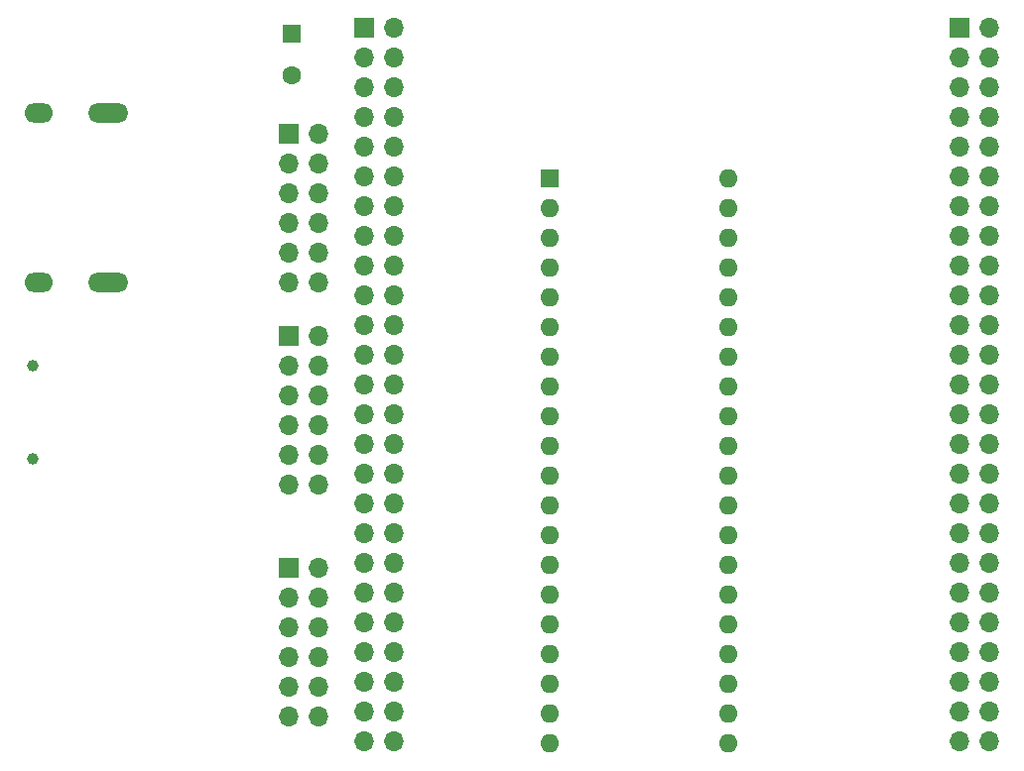
<source format=gbs>
G04 #@! TF.GenerationSoftware,KiCad,Pcbnew,8.0.3*
G04 #@! TF.CreationDate,2024-06-06T03:05:29-03:00*
G04 #@! TF.ProjectId,MSX_GOAULD_XC7,4d53585f-474f-4415-954c-445f5843372e,rev?*
G04 #@! TF.SameCoordinates,Original*
G04 #@! TF.FileFunction,Soldermask,Bot*
G04 #@! TF.FilePolarity,Negative*
%FSLAX46Y46*%
G04 Gerber Fmt 4.6, Leading zero omitted, Abs format (unit mm)*
G04 Created by KiCad (PCBNEW 8.0.3) date 2024-06-06 03:05:29*
%MOMM*%
%LPD*%
G01*
G04 APERTURE LIST*
%ADD10R,1.600000X1.600000*%
%ADD11O,1.600000X1.600000*%
%ADD12O,3.452400X1.652400*%
%ADD13O,2.452400X1.652400*%
%ADD14C,1.000000*%
%ADD15C,1.600000*%
%ADD16R,1.700000X1.700000*%
%ADD17O,1.700000X1.700000*%
G04 APERTURE END LIST*
D10*
X141351000Y-93472000D03*
D11*
X141351000Y-96012000D03*
X141351000Y-98552000D03*
X141351000Y-101092000D03*
X141351000Y-103632000D03*
X141351000Y-106172000D03*
X141351000Y-108712000D03*
X141351000Y-111252000D03*
X141351000Y-113792000D03*
X141351000Y-116332000D03*
X141351000Y-118872000D03*
X141351000Y-121412000D03*
X141351000Y-123952000D03*
X141351000Y-126492000D03*
X141351000Y-129032000D03*
X141351000Y-131572000D03*
X141351000Y-134112000D03*
X141351000Y-136652000D03*
X141351000Y-139192000D03*
X141351000Y-141732000D03*
X156591000Y-141732000D03*
X156591000Y-139192000D03*
X156591000Y-136652000D03*
X156591000Y-134112000D03*
X156591000Y-131572000D03*
X156591000Y-129032000D03*
X156591000Y-126492000D03*
X156591000Y-123952000D03*
X156591000Y-121412000D03*
X156591000Y-118872000D03*
X156591000Y-116332000D03*
X156591000Y-113792000D03*
X156591000Y-111252000D03*
X156591000Y-108712000D03*
X156591000Y-106172000D03*
X156591000Y-103632000D03*
X156591000Y-101092000D03*
X156591000Y-98552000D03*
X156591000Y-96012000D03*
X156591000Y-93472000D03*
D12*
X103750000Y-102384000D03*
X103750000Y-87884000D03*
D13*
X97790000Y-102384000D03*
X97790000Y-87884000D03*
D14*
X97282000Y-109474000D03*
X97282000Y-117474000D03*
D10*
X119380000Y-81151300D03*
D15*
X119380000Y-84651300D03*
D16*
X119126000Y-89662000D03*
D17*
X121666000Y-89662000D03*
X119126000Y-92202000D03*
X121666000Y-92202000D03*
X119126000Y-94742000D03*
X121666000Y-94742000D03*
X119126000Y-97282000D03*
X121666000Y-97282000D03*
X119126000Y-99822000D03*
X121666000Y-99822000D03*
X119126000Y-102362000D03*
X121666000Y-102362000D03*
D16*
X119126000Y-106934000D03*
D17*
X121666000Y-106934000D03*
X119126000Y-109474000D03*
X121666000Y-109474000D03*
X119126000Y-112014000D03*
X121666000Y-112014000D03*
X119126000Y-114554000D03*
X121666000Y-114554000D03*
X119126000Y-117094000D03*
X121666000Y-117094000D03*
X119126000Y-119634000D03*
X121666000Y-119634000D03*
D16*
X125597500Y-80624000D03*
D17*
X128137500Y-80624000D03*
X125597500Y-83164000D03*
X128137500Y-83164000D03*
X125597500Y-85704000D03*
X128137500Y-85704000D03*
X125597500Y-88244000D03*
X128137500Y-88244000D03*
X125597500Y-90784000D03*
X128137500Y-90784000D03*
X125597500Y-93324000D03*
X128137500Y-93324000D03*
X125597500Y-95864000D03*
X128137500Y-95864000D03*
X125597500Y-98404000D03*
X128137500Y-98404000D03*
X125597500Y-100944000D03*
X128137500Y-100944000D03*
X125597500Y-103484000D03*
X128137500Y-103484000D03*
X125597500Y-106024000D03*
X128137500Y-106024000D03*
X125597500Y-108564000D03*
X128137500Y-108564000D03*
X125597500Y-111104000D03*
X128137500Y-111104000D03*
X125597500Y-113644000D03*
X128137500Y-113644000D03*
X125597500Y-116184000D03*
X128137500Y-116184000D03*
X125597500Y-118724000D03*
X128137500Y-118724000D03*
X125597500Y-121264000D03*
X128137500Y-121264000D03*
X125597500Y-123804000D03*
X128137500Y-123804000D03*
X125597500Y-126344000D03*
X128137500Y-126344000D03*
X125597500Y-128884000D03*
X128137500Y-128884000D03*
X125597500Y-131424000D03*
X128137500Y-131424000D03*
X125597500Y-133964000D03*
X128137500Y-133964000D03*
X125597500Y-136504000D03*
X128137500Y-136504000D03*
X125597500Y-139044000D03*
X128137500Y-139044000D03*
X125597500Y-141584000D03*
X128137500Y-141584000D03*
D16*
X176397500Y-80594000D03*
D17*
X178937500Y-80594000D03*
X176397500Y-83134000D03*
X178937500Y-83134000D03*
X176397500Y-85674000D03*
X178937500Y-85674000D03*
X176397500Y-88214000D03*
X178937500Y-88214000D03*
X176397500Y-90754000D03*
X178937500Y-90754000D03*
X176397500Y-93294000D03*
X178937500Y-93294000D03*
X176397500Y-95834000D03*
X178937500Y-95834000D03*
X176397500Y-98374000D03*
X178937500Y-98374000D03*
X176397500Y-100914000D03*
X178937500Y-100914000D03*
X176397500Y-103454000D03*
X178937500Y-103454000D03*
X176397500Y-105994000D03*
X178937500Y-105994000D03*
X176397500Y-108534000D03*
X178937500Y-108534000D03*
X176397500Y-111074000D03*
X178937500Y-111074000D03*
X176397500Y-113614000D03*
X178937500Y-113614000D03*
X176397500Y-116154000D03*
X178937500Y-116154000D03*
X176397500Y-118694000D03*
X178937500Y-118694000D03*
X176397500Y-121234000D03*
X178937500Y-121234000D03*
X176397500Y-123774000D03*
X178937500Y-123774000D03*
X176397500Y-126314000D03*
X178937500Y-126314000D03*
X176397500Y-128854000D03*
X178937500Y-128854000D03*
X176397500Y-131394000D03*
X178937500Y-131394000D03*
X176397500Y-133934000D03*
X178937500Y-133934000D03*
X176397500Y-136474000D03*
X178937500Y-136474000D03*
X176397500Y-139014000D03*
X178937500Y-139014000D03*
X176397500Y-141554000D03*
X178937500Y-141554000D03*
D16*
X119126000Y-126746000D03*
D17*
X121666000Y-126746000D03*
X119126000Y-129286000D03*
X121666000Y-129286000D03*
X119126000Y-131826000D03*
X121666000Y-131826000D03*
X119126000Y-134366000D03*
X121666000Y-134366000D03*
X119126000Y-136906000D03*
X121666000Y-136906000D03*
X119126000Y-139446000D03*
X121666000Y-139446000D03*
M02*

</source>
